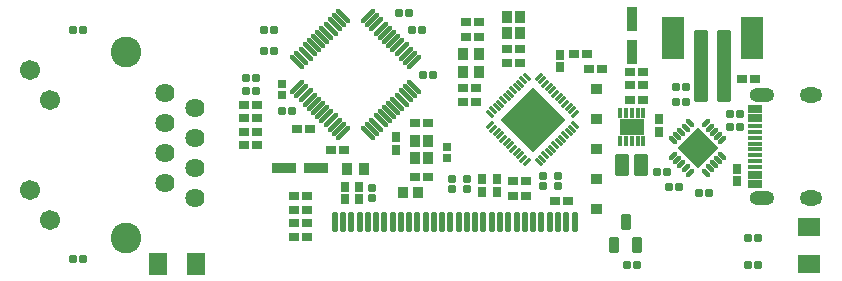
<source format=gts>
G04 Layer: TopSolderMaskLayer*
G04 EasyEDA v6.5.42, 2024-04-25 20:34:07*
G04 45d2cdbc43ad4f689448c33dbcd3fbb7,b9277fd2045942759ab1a28cc0c323af,10*
G04 Gerber Generator version 0.2*
G04 Scale: 100 percent, Rotated: No, Reflected: No *
G04 Dimensions in millimeters *
G04 leading zeros omitted , absolute positions ,4 integer and 5 decimal *
%FSLAX45Y45*%
%MOMM*%

%AMMACRO1*1,1,$1,$2,$3*1,1,$1,$4,$5*1,1,$1,0-$2,0-$3*1,1,$1,0-$4,0-$5*20,1,$1,$2,$3,$4,$5,0*20,1,$1,$4,$5,0-$2,0-$3,0*20,1,$1,0-$2,0-$3,0-$4,0-$5,0*20,1,$1,0-$4,0-$5,$2,$3,0*4,1,4,$2,$3,$4,$5,0-$2,0-$3,0-$4,0-$5,$2,$3,0*%
%AMMACRO2*1,1,$1,$2,$3*1,1,$1,$4,$5*20,1,$1,$2,$3,$4,$5,0*%
%ADD10MACRO1,0.1016X0.1753X0.8001X0.1753X-0.8001*%
%ADD11MACRO1,0.1016X0.35X0.625X0.35X-0.625*%
%ADD12MACRO1,0.1016X-0.2828X-0.27X-0.2828X0.27*%
%ADD13MACRO1,0.1016X0.2828X-0.27X0.2828X0.27*%
%ADD14MACRO1,0.1016X0.395X0.27X0.395X-0.27*%
%ADD15MACRO1,0.1016X-0.395X0.27X-0.395X-0.27*%
%ADD16MACRO1,0.1016X-0.4X0.432X0.4X0.432*%
%ADD17MACRO1,0.1016X-0.395X-0.27X-0.395X0.27*%
%ADD18MACRO1,0.1016X0.395X-0.27X0.395X0.27*%
%ADD19MACRO1,0.1016X-0.27X0.395X0.27X0.395*%
%ADD20MACRO1,0.1016X-0.27X-0.395X0.27X-0.395*%
%ADD21R,0.6416X0.8917*%
%ADD22MACRO1,0.1016X-0.27X0.2828X0.27X0.2828*%
%ADD23MACRO1,0.1016X-0.27X-0.2828X0.27X-0.2828*%
%ADD24MACRO1,0.1016X0.2828X0.27X0.2828X-0.27*%
%ADD25MACRO1,0.1016X-0.2828X0.27X-0.2828X-0.27*%
%ADD26R,0.6416X0.6673*%
%ADD27MACRO1,0.1016X0.4X1X0.4X-1*%
%ADD28MACRO1,0.1016X-1X0.4X1X0.4*%
%ADD29MACRO1,0.1016X0.4X0.45X0.4X-0.45*%
%ADD30MACRO1,0.1016X-0.7425X-0.864X-0.7425X0.864*%
%ADD31MACRO1,0.1016X0.7425X-0.864X0.7425X0.864*%
%ADD32MACRO1,0.1016X-0.864X0.7425X0.864X0.7425*%
%ADD33MACRO1,0.1016X-0.864X-0.7425X0.864X-0.7425*%
%ADD34MACRO1,0.1016X0.5X-3X-0.5X-3*%
%ADD35MACRO1,0.1016X0.9X-1.7X-0.9X-1.7*%
%ADD36MACRO1,0.1016X0.4X-0.432X-0.4X-0.432*%
%ADD37MACRO1,0.1016X0.5X-0.86X-0.5X-0.86*%
%ADD38C,1.7016*%
%ADD39C,1.6256*%
%ADD40C,2.6016*%
%ADD41MACRO2,0.37X-0.4349X0.4349X0.4349X-0.4349*%
%ADD42MACRO2,0.37X-0.4349X-0.4349X0.4349X0.4349*%
%ADD43MACRO1,0.1016X0.1644X0.3058X0.3058X0.1644*%
%ADD44MACRO1,0.1016X-0.1644X0.3058X0.3058X-0.1644*%
%ADD45MACRO1,0.1016X0X2.687X2.687X0*%
%ADD46MACRO1,0.1016X-1.6264X0X0X1.6264*%
%ADD47MACRO2,0.3816X-0.1838X0.1838X0.1838X-0.1838*%
%ADD48MACRO2,0.3816X-0.1838X-0.1838X0.1838X0.1838*%
%ADD49MACRO1,0.1016X-1X0.6X1X0.6*%
%ADD50O,0.38160960000000005X0.9015984*%
%ADD51R,1.2000X0.6500*%
%ADD52R,1.2000X0.4000*%
%ADD53O,2.1000212X1.200023*%
%ADD54O,1.9000215999999999X1.3000228*%
%ADD55R,0.9016X1.0016*%
%ADD56R,0.0183X1.0016*%

%LPD*%
D10*
G01*
X5778500Y5638800D03*
G01*
X5707380Y5638800D03*
G01*
X5636260Y5638800D03*
G01*
X5567680Y5638800D03*
G01*
X5496560Y5638800D03*
G01*
X5427980Y5638800D03*
G01*
X5356860Y5638800D03*
G01*
X5288280Y5638800D03*
G01*
X5217160Y5638800D03*
G01*
X5148580Y5638800D03*
G01*
X5077460Y5638800D03*
G01*
X5006339Y5638800D03*
G01*
X4937760Y5638800D03*
G01*
X4866639Y5638800D03*
G01*
X4798060Y5638800D03*
G01*
X4726939Y5638800D03*
G01*
X4658360Y5638800D03*
G01*
X4587239Y5638800D03*
G01*
X4518660Y5638800D03*
G01*
X4447539Y5638800D03*
G01*
X4376419Y5638800D03*
G01*
X4307839Y5638800D03*
G01*
X4236719Y5638800D03*
G01*
X4168139Y5638800D03*
G01*
X4097019Y5638800D03*
G01*
X4028439Y5638800D03*
G01*
X3957319Y5638800D03*
G01*
X3888739Y5638800D03*
G01*
X3817619Y5638800D03*
G01*
X3746500Y5638800D03*
D11*
G01*
X6115303Y5437200D03*
G01*
X6305294Y5437200D03*
G01*
X6210298Y5637199D03*
D12*
G01*
X6304382Y5270500D03*
D13*
G01*
X6217817Y5270500D03*
D14*
G01*
X4860394Y7327900D03*
D15*
G01*
X4969405Y7327900D03*
D14*
G01*
X5203294Y7099300D03*
D15*
G01*
X5312305Y7099300D03*
D16*
G01*
X3994299Y6083287D03*
G01*
X3854300Y6083287D03*
D12*
G01*
X6659982Y5930900D03*
D13*
G01*
X6573417Y5930900D03*
D17*
G01*
X5718705Y5816600D03*
D18*
G01*
X5609694Y5816600D03*
D14*
G01*
X5254094Y5854700D03*
D15*
G01*
X5363105Y5854700D03*
D19*
G01*
X5118100Y5889094D03*
D20*
G01*
X5118100Y5998105D03*
D19*
G01*
X4991100Y5889094D03*
D20*
G01*
X4991100Y5998105D03*
D19*
G01*
X3949700Y5825594D03*
D20*
G01*
X3949700Y5934605D03*
D19*
G01*
X3835400Y5825594D03*
D20*
G01*
X3835400Y5934605D03*
D21*
G01*
X4267200Y6353708D03*
G01*
X4267200Y6244691D03*
D14*
G01*
X3425294Y6426200D03*
D15*
G01*
X3534305Y6426200D03*
D17*
G01*
X3826405Y6248400D03*
D18*
G01*
X3717394Y6248400D03*
D17*
G01*
X4537605Y6019800D03*
D18*
G01*
X4428594Y6019800D03*
D14*
G01*
X4428594Y6477000D03*
D15*
G01*
X4537605Y6477000D03*
D14*
G01*
X3399894Y5854700D03*
D15*
G01*
X3508905Y5854700D03*
D14*
G01*
X3399894Y5740400D03*
D15*
G01*
X3508905Y5740400D03*
D14*
G01*
X3399894Y5626100D03*
D15*
G01*
X3508905Y5626100D03*
D14*
G01*
X3399894Y5511800D03*
D15*
G01*
X3508905Y5511800D03*
D17*
G01*
X3089805Y6400800D03*
D18*
G01*
X2980794Y6400800D03*
D17*
G01*
X3089805Y6515100D03*
D18*
G01*
X2980794Y6515100D03*
D14*
G01*
X2980794Y6286500D03*
D15*
G01*
X3089805Y6286500D03*
D17*
G01*
X5363105Y5981700D03*
D18*
G01*
X5254094Y5981700D03*
D14*
G01*
X5203294Y6985000D03*
D15*
G01*
X5312305Y6985000D03*
D17*
G01*
X4944005Y6654800D03*
D18*
G01*
X4834994Y6654800D03*
D17*
G01*
X4944005Y6769100D03*
D18*
G01*
X4834994Y6769100D03*
D17*
G01*
X4969405Y7200900D03*
D18*
G01*
X4860394Y7200900D03*
D17*
G01*
X5883805Y7061200D03*
D18*
G01*
X5774794Y7061200D03*
D21*
G01*
X5651500Y7052208D03*
G01*
X5651500Y6943191D03*
G01*
X7150100Y6087008D03*
G01*
X7150100Y5977991D03*
D14*
G01*
X7197194Y6845300D03*
D15*
G01*
X7306205Y6845300D03*
D19*
G01*
X6489700Y6397094D03*
D20*
G01*
X6489700Y6506105D03*
D17*
G01*
X6353705Y6667500D03*
D18*
G01*
X6244694Y6667500D03*
D14*
G01*
X6244694Y6794500D03*
D15*
G01*
X6353705Y6794500D03*
D14*
G01*
X6244694Y6908800D03*
D15*
G01*
X6353705Y6908800D03*
D14*
G01*
X2980794Y6629400D03*
D15*
G01*
X3089805Y6629400D03*
D22*
G01*
X4864100Y5913017D03*
D23*
G01*
X4864100Y5999582D03*
D22*
G01*
X4737100Y5913017D03*
D23*
G01*
X4737100Y5999582D03*
D22*
G01*
X4064000Y5836817D03*
D23*
G01*
X4064000Y5923382D03*
D24*
G01*
X1531517Y7264400D03*
D25*
G01*
X1618082Y7264400D03*
D12*
G01*
X1618082Y5321300D03*
D13*
G01*
X1531517Y5321300D03*
D12*
G01*
X4373982Y7404100D03*
D13*
G01*
X4287417Y7404100D03*
D24*
G01*
X4490617Y6883400D03*
D25*
G01*
X4577182Y6883400D03*
D26*
G01*
X4699000Y6266281D03*
G01*
X4699000Y6179718D03*
G01*
X3302000Y6799681D03*
G01*
X3302000Y6713118D03*
D12*
G01*
X3230982Y7086600D03*
D13*
G01*
X3144417Y7086600D03*
D12*
G01*
X3230982Y7264400D03*
D13*
G01*
X3144417Y7264400D03*
D12*
G01*
X3078582Y6858000D03*
D13*
G01*
X2992017Y6858000D03*
D24*
G01*
X3296817Y6578600D03*
D25*
G01*
X3383382Y6578600D03*
D22*
G01*
X5511800Y5938417D03*
D23*
G01*
X5511800Y6024982D03*
D12*
G01*
X7180682Y6438900D03*
D13*
G01*
X7094117Y6438900D03*
D12*
G01*
X6913982Y5880100D03*
D13*
G01*
X6827417Y5880100D03*
D12*
G01*
X6723482Y6654800D03*
D13*
G01*
X6636917Y6654800D03*
D12*
G01*
X7180682Y6553200D03*
D13*
G01*
X7094117Y6553200D03*
D24*
G01*
X7246517Y5270500D03*
D25*
G01*
X7333082Y5270500D03*
D24*
G01*
X6636917Y6781800D03*
D25*
G01*
X6723482Y6781800D03*
D12*
G01*
X6558382Y6057900D03*
D13*
G01*
X6471817Y6057900D03*
D22*
G01*
X5638800Y5938417D03*
D23*
G01*
X5638800Y6024982D03*
D24*
G01*
X7246517Y5499100D03*
D25*
G01*
X7333082Y5499100D03*
D24*
G01*
X2992017Y6743700D03*
D25*
G01*
X3078582Y6743700D03*
D17*
G01*
X6010805Y6934200D03*
D18*
G01*
X5901794Y6934200D03*
D12*
G01*
X4488282Y7264400D03*
D13*
G01*
X4401717Y7264400D03*
D27*
G01*
X6261100Y7076600D03*
G01*
X6261100Y7350599D03*
D28*
G01*
X3591399Y6096000D03*
G01*
X3317400Y6096000D03*
D29*
G01*
X5202798Y7232498D03*
G01*
X5312798Y7232498D03*
G01*
X5312799Y7372499D03*
G01*
X5202798Y7372499D03*
D30*
G01*
X2572250Y5283200D03*
D31*
G01*
X2253749Y5283200D03*
D32*
G01*
X7759700Y5276349D03*
D33*
G01*
X7759700Y5594850D03*
D34*
G01*
X7046696Y6958253D03*
G01*
X6846697Y6958253D03*
D35*
G01*
X7281900Y7189553D03*
G01*
X6611899Y7189553D03*
D16*
G01*
X4972199Y6908787D03*
G01*
X4832200Y6908787D03*
D36*
G01*
X4832200Y7061212D03*
G01*
X4972199Y7061212D03*
D37*
G01*
X6178302Y6121400D03*
G01*
X6343896Y6121400D03*
D38*
G01*
X1168400Y5907989D03*
G01*
X1338402Y5653989D03*
G01*
X1168400Y6918985D03*
G01*
X1338402Y6664985D03*
D39*
G01*
X2311400Y6730974D03*
G01*
X2565400Y6603974D03*
G01*
X2311400Y6476974D03*
G01*
X2565400Y6349974D03*
G01*
X2311400Y6222974D03*
G01*
X2565400Y6095974D03*
G01*
X2311400Y5968974D03*
G01*
X2565400Y5841974D03*
D40*
G01*
X1981403Y7074001D03*
G01*
X1981377Y5498998D03*
D41*
G01*
X3818229Y7378369D03*
G01*
X3782872Y7343013D03*
G01*
X3747541Y7307656D03*
G01*
X3712159Y7272299D03*
G01*
X3676827Y7236942D03*
G01*
X3641445Y7201585D03*
G01*
X3606114Y7166228D03*
G01*
X3570757Y7130872D03*
G01*
X3535400Y7095540D03*
G01*
X3500043Y7060158D03*
G01*
X3464687Y7024827D03*
G01*
X3429330Y6989444D03*
D42*
G01*
X3429330Y6777329D03*
G01*
X3464687Y6741972D03*
G01*
X3500043Y6706641D03*
G01*
X3535400Y6671259D03*
G01*
X3570757Y6635927D03*
G01*
X3606114Y6600545D03*
G01*
X3641445Y6565214D03*
G01*
X3676827Y6529857D03*
G01*
X3712159Y6494500D03*
G01*
X3747541Y6459143D03*
G01*
X3782872Y6423787D03*
G01*
X3818229Y6388430D03*
D41*
G01*
X4030370Y6388430D03*
G01*
X4065727Y6423787D03*
G01*
X4101058Y6459143D03*
G01*
X4136440Y6494500D03*
G01*
X4171772Y6529857D03*
G01*
X4207154Y6565214D03*
G01*
X4242485Y6600545D03*
G01*
X4277842Y6635927D03*
G01*
X4313199Y6671259D03*
G01*
X4348556Y6706641D03*
G01*
X4383912Y6741972D03*
G01*
X4419269Y6777329D03*
D42*
G01*
X4419269Y6989444D03*
G01*
X4383912Y7024827D03*
G01*
X4348556Y7060158D03*
G01*
X4313199Y7095540D03*
G01*
X4277842Y7130872D03*
G01*
X4242485Y7166228D03*
G01*
X4207154Y7201585D03*
G01*
X4171772Y7236942D03*
G01*
X4136440Y7272299D03*
G01*
X4101058Y7307656D03*
G01*
X4065727Y7343013D03*
G01*
X4030370Y7378369D03*
D43*
G01*
X5061748Y6452360D03*
G01*
X5090019Y6424091D03*
G01*
X5118307Y6395803D03*
G01*
X5146594Y6367515D03*
G01*
X5174882Y6339227D03*
G01*
X5203169Y6310939D03*
G01*
X5231439Y6282669D03*
G01*
X5259727Y6254382D03*
G01*
X5288015Y6226094D03*
G01*
X5316303Y6197807D03*
G01*
X5344591Y6169519D03*
G01*
X5372860Y6141248D03*
D44*
G01*
X5472939Y6141248D03*
G01*
X5501208Y6169519D03*
G01*
X5529496Y6197807D03*
G01*
X5557784Y6226094D03*
G01*
X5586072Y6254382D03*
G01*
X5614360Y6282669D03*
G01*
X5642630Y6310939D03*
G01*
X5670917Y6339227D03*
G01*
X5699205Y6367515D03*
G01*
X5727492Y6395803D03*
G01*
X5755780Y6424091D03*
G01*
X5784051Y6452360D03*
D43*
G01*
X5784048Y6552436D03*
G01*
X5755779Y6580706D03*
G01*
X5727491Y6608994D03*
G01*
X5699203Y6637282D03*
G01*
X5670915Y6665570D03*
G01*
X5642627Y6693857D03*
G01*
X5614357Y6722127D03*
G01*
X5586070Y6750415D03*
G01*
X5557782Y6778703D03*
G01*
X5529494Y6806991D03*
G01*
X5501206Y6835279D03*
G01*
X5472936Y6863548D03*
D44*
G01*
X5372863Y6863548D03*
G01*
X5344593Y6835279D03*
G01*
X5316305Y6806991D03*
G01*
X5288017Y6778703D03*
G01*
X5259729Y6750415D03*
G01*
X5231442Y6722127D03*
G01*
X5203172Y6693857D03*
G01*
X5174884Y6665570D03*
G01*
X5146596Y6637282D03*
G01*
X5118308Y6608994D03*
G01*
X5090020Y6580706D03*
G01*
X5061751Y6552436D03*
D45*
G01*
X5422900Y6502400D03*
D46*
G01*
X6819900Y6261100D03*
D47*
G01*
X6611315Y6328283D03*
G01*
X6646671Y6363639D03*
G01*
X6682028Y6398971D03*
G01*
X6717385Y6434353D03*
G01*
X6752717Y6469684D03*
D48*
G01*
X6887083Y6469684D03*
G01*
X6922439Y6434327D03*
G01*
X6957796Y6398971D03*
G01*
X6993153Y6363614D03*
G01*
X7028484Y6328283D03*
D47*
G01*
X7028484Y6193916D03*
G01*
X6993153Y6158585D03*
G01*
X6957796Y6123203D03*
G01*
X6922439Y6087872D03*
G01*
X6887083Y6052515D03*
D48*
G01*
X6752717Y6052515D03*
G01*
X6717385Y6087846D03*
G01*
X6682028Y6123203D03*
G01*
X6646671Y6158560D03*
G01*
X6611315Y6193916D03*
D49*
G01*
X6261100Y6438900D03*
D50*
G01*
X6161024Y6558787D03*
G01*
X6211061Y6558787D03*
G01*
X6261100Y6558787D03*
G01*
X6311138Y6558787D03*
G01*
X6361175Y6558787D03*
G01*
X6361175Y6319012D03*
G01*
X6311138Y6319012D03*
G01*
X6261100Y6319012D03*
G01*
X6211061Y6319012D03*
G01*
X6161024Y6319012D03*
D51*
G01*
X7306284Y5953785D03*
G01*
X7306284Y6033795D03*
D52*
G01*
X7306284Y6098794D03*
G01*
X7306284Y6148806D03*
G01*
X7306284Y6198793D03*
G01*
X7306284Y6248780D03*
G01*
X7306284Y6298793D03*
G01*
X7306284Y6348780D03*
G01*
X7306284Y6398793D03*
G01*
X7306284Y6448805D03*
D51*
G01*
X7306284Y6513804D03*
G01*
X7306284Y6593789D03*
D53*
G01*
X7361300Y5841288D03*
G01*
X7361300Y6706285D03*
D54*
G01*
X7781315Y5841288D03*
G01*
X7781315Y6706285D03*
D55*
G01*
X4538090Y6318402D03*
G01*
X4428109Y6318402D03*
G01*
X4428109Y6178397D03*
G01*
X4538090Y6178397D03*
G36*
X5918200Y6807200D02*
G01*
X6007100Y6807200D01*
X6007100Y6718300D01*
X5918200Y6718300D01*
G37*
G36*
X5918200Y6553200D02*
G01*
X6007100Y6553200D01*
X6007100Y6464300D01*
X5918200Y6464300D01*
G37*
G36*
X5918200Y6299200D02*
G01*
X6007100Y6299200D01*
X6007100Y6210300D01*
X5918200Y6210300D01*
G37*
G36*
X5918200Y5791200D02*
G01*
X6007100Y5791200D01*
X6007100Y5702300D01*
X5918200Y5702300D01*
G37*
G36*
X5918200Y6045200D02*
G01*
X6007100Y6045200D01*
X6007100Y5956300D01*
X5918200Y5956300D01*
G37*
G36*
X4279900Y5930900D02*
G01*
X4368800Y5930900D01*
X4368800Y5842000D01*
X4279900Y5842000D01*
G37*
G36*
X4406900Y5930900D02*
G01*
X4495800Y5930900D01*
X4495800Y5842000D01*
X4406900Y5842000D01*
G37*
M02*

</source>
